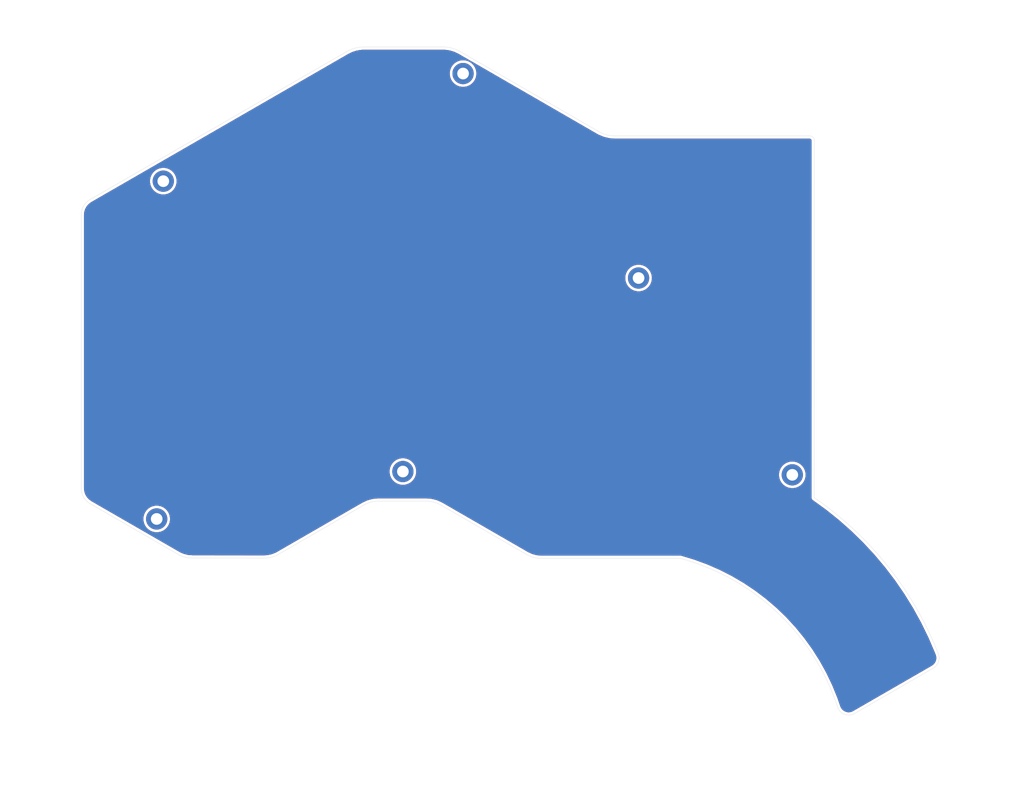
<source format=kicad_pcb>
(kicad_pcb (version 20171130) (host pcbnew 5.1.10-88a1d61d58~90~ubuntu20.04.1)

  (general
    (thickness 1.6)
    (drawings 28)
    (tracks 0)
    (zones 0)
    (modules 6)
    (nets 1)
  )

  (page A4)
  (layers
    (0 F.Cu signal)
    (31 B.Cu signal)
    (32 B.Adhes user)
    (33 F.Adhes user)
    (34 B.Paste user)
    (35 F.Paste user)
    (36 B.SilkS user)
    (37 F.SilkS user)
    (38 B.Mask user)
    (39 F.Mask user)
    (40 Dwgs.User user)
    (41 Cmts.User user)
    (42 Eco1.User user)
    (43 Eco2.User user)
    (44 Edge.Cuts user)
    (45 Margin user)
    (46 B.CrtYd user)
    (47 F.CrtYd user)
    (48 B.Fab user)
    (49 F.Fab user)
  )

  (setup
    (last_trace_width 0.25)
    (trace_clearance 0.2)
    (zone_clearance 0.508)
    (zone_45_only no)
    (trace_min 0.2)
    (via_size 0.8)
    (via_drill 0.4)
    (via_min_size 0.4)
    (via_min_drill 0.3)
    (uvia_size 0.3)
    (uvia_drill 0.1)
    (uvias_allowed no)
    (uvia_min_size 0.2)
    (uvia_min_drill 0.1)
    (edge_width 0.05)
    (segment_width 0.2)
    (pcb_text_width 0.3)
    (pcb_text_size 1.5 1.5)
    (mod_edge_width 0.12)
    (mod_text_size 1 1)
    (mod_text_width 0.15)
    (pad_size 3.429 3.429)
    (pad_drill 3.429)
    (pad_to_mask_clearance 0)
    (aux_axis_origin 0 0)
    (visible_elements FFFFFF7F)
    (pcbplotparams
      (layerselection 0x010fc_ffffffff)
      (usegerberextensions false)
      (usegerberattributes true)
      (usegerberadvancedattributes true)
      (creategerberjobfile true)
      (excludeedgelayer true)
      (linewidth 0.100000)
      (plotframeref false)
      (viasonmask false)
      (mode 1)
      (useauxorigin false)
      (hpglpennumber 1)
      (hpglpenspeed 20)
      (hpglpendiameter 15.000000)
      (psnegative false)
      (psa4output false)
      (plotreference true)
      (plotvalue true)
      (plotinvisibletext false)
      (padsonsilk false)
      (subtractmaskfromsilk false)
      (outputformat 1)
      (mirror false)
      (drillshape 0)
      (scaleselection 1)
      (outputdirectory "gerbers/"))
  )

  (net 0 "")

  (net_class Default "This is the default net class."
    (clearance 0.2)
    (trace_width 0.25)
    (via_dia 0.8)
    (via_drill 0.4)
    (uvia_dia 0.3)
    (uvia_drill 0.1)
  )

  (module SofleKeyboard-footprint:M2_HOLE_PCB (layer F.Cu) (tedit 5D908E44) (tstamp 6122C42F)
    (at 199.0344 118.2751)
    (path /612F74B1)
    (fp_text reference H4 (at 0 -2.54) (layer F.SilkS) hide
      (effects (font (size 0.29972 0.29972) (thickness 0.0762)))
    )
    (fp_text value Hole (at 0 2.54) (layer F.SilkS) hide
      (effects (font (size 0.29972 0.29972) (thickness 0.0762)))
    )
    (pad "" thru_hole circle (at 0 0) (size 4 4) (drill 2.2) (layers *.Cu *.Mask Dwgs.User))
  )

  (module SofleKeyboard-footprint:M2_HOLE_PCB (layer F.Cu) (tedit 5D908E44) (tstamp 6122C434)
    (at 170.0657 81.1657)
    (path /612F7C28)
    (fp_text reference H5 (at 0 -2.54) (layer F.SilkS) hide
      (effects (font (size 0.29972 0.29972) (thickness 0.0762)))
    )
    (fp_text value Hole (at 0 2.54) (layer F.SilkS) hide
      (effects (font (size 0.29972 0.29972) (thickness 0.0762)))
    )
    (pad "" thru_hole circle (at 0 0) (size 4 4) (drill 2.2) (layers *.Cu *.Mask Dwgs.User))
  )

  (module SofleKeyboard-footprint:M2_HOLE_PCB (layer F.Cu) (tedit 5D908E44) (tstamp 6122C439)
    (at 136.9949 42.6085)
    (path /612F858D)
    (fp_text reference H6 (at 0 -2.54) (layer F.SilkS) hide
      (effects (font (size 0.29972 0.29972) (thickness 0.0762)))
    )
    (fp_text value Hole (at 0 2.54) (layer F.SilkS) hide
      (effects (font (size 0.29972 0.29972) (thickness 0.0762)))
    )
    (pad "" thru_hole circle (at 0 0) (size 4 4) (drill 2.2) (layers *.Cu *.Mask Dwgs.User))
  )

  (module SofleKeyboard-footprint:M2_HOLE_PCB (layer F.Cu) (tedit 5D908E44) (tstamp 6122C420)
    (at 80.5053 62.9031)
    (path /612F1FE8)
    (fp_text reference H1 (at 0 -2.54) (layer F.SilkS) hide
      (effects (font (size 0.29972 0.29972) (thickness 0.0762)))
    )
    (fp_text value Hole (at 0 2.54) (layer F.SilkS) hide
      (effects (font (size 0.29972 0.29972) (thickness 0.0762)))
    )
    (pad "" thru_hole circle (at 0 0) (size 4 4) (drill 2.2) (layers *.Cu *.Mask Dwgs.User))
  )

  (module SofleKeyboard-footprint:M2_HOLE_PCB (layer F.Cu) (tedit 5D908E44) (tstamp 6122C42A)
    (at 125.6538 117.6528)
    (path /612F683B)
    (fp_text reference H3 (at 0 -2.54) (layer F.SilkS) hide
      (effects (font (size 0.29972 0.29972) (thickness 0.0762)))
    )
    (fp_text value Hole (at 0 2.54) (layer F.SilkS) hide
      (effects (font (size 0.29972 0.29972) (thickness 0.0762)))
    )
    (pad "" thru_hole circle (at 0 0) (size 4 4) (drill 2.2) (layers *.Cu *.Mask Dwgs.User))
  )

  (module SofleKeyboard-footprint:M2_HOLE_PCB (layer F.Cu) (tedit 5D908E44) (tstamp 6122C425)
    (at 79.2607 126.5936)
    (path /612F6082)
    (fp_text reference H2 (at 0 -2.54) (layer F.SilkS) hide
      (effects (font (size 0.29972 0.29972) (thickness 0.0762)))
    )
    (fp_text value Hole (at 0 2.54) (layer F.SilkS) hide
      (effects (font (size 0.29972 0.29972) (thickness 0.0762)))
    )
    (pad "" thru_hole circle (at 0 0) (size 4 4) (drill 2.2) (layers *.Cu *.Mask Dwgs.User))
  )

  (gr_arc (start 165.658799 48.006001) (end 162.4838 53.5051) (angle -30.00072778) (layer Edge.Cuts) (width 0.05))
  (gr_line (start 136.398 38.429188) (end 162.4838 53.5051) (layer Edge.Cuts) (width 0.05))
  (gr_arc (start 202.311 55.245) (end 203.2 55.245) (angle -90) (layer Edge.Cuts) (width 0.05))
  (gr_arc (start 151.7396 128.4478) (end 148.9456 133.2865) (angle -30.00333245) (layer Edge.Cuts) (width 0.05))
  (gr_arc (start 130.048001 128.831929) (end 132.842 123.9901) (angle -29.98729699) (layer Edge.Cuts) (width 0.05))
  (gr_arc (start 121.0691 128.8288) (end 121.0691 123.2408) (angle -30.00333245) (layer Edge.Cuts) (width 0.05))
  (gr_arc (start 99.475432 128.427657) (end 99.416568 133.991061) (angle -27.22925645) (layer Edge.Cuts) (width 0.05))
  (gr_arc (start 85.979 128.4097) (end 83.4644 133.3754) (angle -26.85737405) (layer Edge.Cuts) (width 0.05))
  (gr_arc (start 133.223009 43.934772) (end 136.398 38.429188) (angle -26.53397667) (layer Edge.Cuts) (width 0.05))
  (gr_arc (start 118.2878 43.942) (end 118.1608 37.592) (angle -30.03405492) (layer Edge.Cuts) (width 0.05))
  (gr_line (start 121.0691 123.2408) (end 130.048 123.241782) (layer Edge.Cuts) (width 0.05))
  (gr_line (start 118.1608 37.592) (end 133.604076 37.592) (layer Edge.Cuts) (width 0.05))
  (gr_line (start 85.979 133.975793) (end 99.416568 133.991061) (layer Edge.Cuts) (width 0.05))
  (gr_arc (start 224.4979 152.8064) (end 225.6155 154.7114) (angle -79.33416722) (layer Edge.Cuts) (width 0.05))
  (gr_arc (start 209.6643 161.3789) (end 207.6323 162.2425) (angle -91.03723225) (layer Edge.Cuts) (width 0.05))
  (gr_arc (start 68.3514 120.8151) (end 65.024 120.8151) (angle -60.01107915) (layer Edge.Cuts) (width 0.05))
  (gr_line (start 132.842 123.9901) (end 148.9456 133.2865) (layer Edge.Cuts) (width 0.05))
  (gr_line (start 101.968638 133.401474) (end 118.274819 123.989613) (layer Edge.Cuts) (width 0.05))
  (gr_line (start 66.688257 123.697035) (end 83.4644 133.3754) (layer Edge.Cuts) (width 0.05))
  (gr_arc (start 68.352515 69.2531) (end 66.688815 66.3702) (angle -60.01107758) (layer Edge.Cuts) (width 0.05))
  (gr_arc (start 166.751 175.5267) (end 226.576834 152.060687) (angle -34.0324547) (layer Edge.Cuts) (width 0.05))
  (gr_arc (start 166.751 175.5394) (end 207.6323 162.2425) (angle -56.87886571) (layer Edge.Cuts) (width 0.05))
  (gr_line (start 151.7396 134.035237) (end 177.9524 134.0358) (layer Edge.Cuts) (width 0.05))
  (gr_line (start 66.688815 66.3702) (end 114.999584 38.508192) (layer Edge.Cuts) (width 0.05))
  (gr_line (start 165.658799 54.35586) (end 202.311 54.356) (layer Edge.Cuts) (width 0.05))
  (gr_line (start 203.2 55.245) (end 203.196861 122.597659) (layer Edge.Cuts) (width 0.05))
  (gr_line (start 210.564542 163.394934) (end 225.6155 154.7114) (layer Edge.Cuts) (width 0.05))
  (gr_line (start 65.024 69.2531) (end 65.024 120.8151) (layer Edge.Cuts) (width 0.05))

  (zone (net 0) (net_name "") (layer F.Cu) (tstamp 0) (hatch edge 0.508)
    (connect_pads (clearance 0.508))
    (min_thickness 0.254)
    (fill yes (arc_segments 32) (thermal_gap 0.508) (thermal_bridge_width 0.508))
    (polygon
      (pts
        (xy 236.1438 177.9016) (xy 54.991 168.1353) (xy 49.7332 29.6926) (xy 242.7097 28.7401)
      )
    )
    (filled_polygon
      (pts
        (xy 134.449222 38.374957) (xy 135.305167 38.635623) (xy 136.089312 39.013081) (xy 162.181617 54.092753) (xy 162.189624 54.096385)
        (xy 162.461094 54.243784) (xy 162.492661 54.257839) (xy 162.523452 54.273528) (xy 163.444014 54.654837) (xy 163.517477 54.678706)
        (xy 163.542511 54.68684) (xy 164.511388 54.919447) (xy 164.613679 54.935648) (xy 165.600593 55.013319) (xy 165.626378 55.015859)
        (xy 202.278718 55.016) (xy 202.354863 55.023466) (xy 202.397058 55.036205) (xy 202.435976 55.056898) (xy 202.470132 55.084755)
        (xy 202.498225 55.118714) (xy 202.519188 55.157485) (xy 202.532223 55.199593) (xy 202.539999 55.27358) (xy 202.53686 122.630047)
        (xy 202.540065 122.662609) (xy 202.540067 122.662631) (xy 202.54007 122.662652) (xy 202.546405 122.727011) (xy 202.565181 122.788915)
        (xy 202.565195 122.788966) (xy 202.565212 122.789018) (xy 202.58414 122.851423) (xy 202.614367 122.907982) (xy 202.614383 122.908013)
        (xy 202.614402 122.908047) (xy 202.645419 122.966083) (xy 202.727892 123.066585) (xy 202.828386 123.149066) (xy 202.845907 123.158432)
        (xy 205.338388 124.966038) (xy 207.762193 126.911382) (xy 210.088082 128.972813) (xy 212.310494 131.145404) (xy 214.424117 133.423958)
        (xy 216.423909 135.803041) (xy 218.305095 138.276972) (xy 220.063189 140.83985) (xy 221.693982 143.485543) (xy 223.193599 146.207764)
        (xy 224.558428 148.999952) (xy 225.787951 151.861816) (xy 225.947374 152.26379) (xy 226.026259 152.577085) (xy 226.041693 152.878312)
        (xy 225.998323 153.176804) (xy 225.897803 153.461183) (xy 225.743962 153.72062) (xy 225.542655 153.945239) (xy 225.278199 154.144036)
        (xy 210.292388 162.789985) (xy 210.008183 162.884873) (xy 209.709119 162.922986) (xy 209.408355 162.902286) (xy 209.117336 162.823559)
        (xy 208.847146 162.689804) (xy 208.608087 162.506121) (xy 208.409259 162.279502) (xy 208.245509 161.996594) (xy 207.642015 160.26912)
        (xy 207.63764 160.257698) (xy 207.630033 160.237455) (xy 206.666439 157.875805) (xy 206.665974 157.874755) (xy 206.665565 157.873673)
        (xy 206.650576 157.840002) (xy 205.548617 155.539656) (xy 205.548092 155.538638) (xy 205.547618 155.537579) (xy 205.530659 155.504857)
        (xy 204.294214 153.273913) (xy 204.293628 153.272925) (xy 204.293094 153.2719) (xy 204.274224 153.240241) (xy 202.907646 151.086552)
        (xy 202.907006 151.085606) (xy 202.906409 151.084609) (xy 202.885694 151.054125) (xy 201.393795 148.985274) (xy 201.393096 148.984363)
        (xy 201.392444 148.983407) (xy 201.369958 148.954204) (xy 199.757988 146.977475) (xy 199.757235 146.976606) (xy 199.756529 146.975692)
        (xy 199.732351 146.947874) (xy 198.005986 145.070224) (xy 198.005173 145.069391) (xy 198.004423 145.068531) (xy 197.978638 145.042196)
        (xy 196.143956 143.270235) (xy 196.143107 143.269462) (xy 196.142296 143.268637) (xy 196.114994 143.243879) (xy 194.178452 141.583845)
        (xy 194.177569 141.583132) (xy 194.176701 141.582348) (xy 194.147978 141.559252) (xy 192.116394 140.01699) (xy 192.115462 140.016325)
        (xy 192.114557 140.0156) (xy 192.084515 139.994248) (xy 189.965041 138.575186) (xy 189.964078 138.574582) (xy 189.963125 138.573907)
        (xy 189.93187 138.554374) (xy 187.731967 137.263509) (xy 187.730963 137.262959) (xy 187.729978 137.262346) (xy 187.69762 137.244701)
        (xy 185.425033 136.086576) (xy 185.423995 136.086085) (xy 185.422978 136.085533) (xy 185.389631 136.069839) (xy 183.052359 135.048531)
        (xy 183.051298 135.048104) (xy 183.050247 135.047612) (xy 183.016027 135.033922) (xy 180.6223 134.153026) (xy 180.621206 134.15266)
        (xy 180.620136 134.152234) (xy 180.585164 134.140598) (xy 178.143408 133.403217) (xy 178.118707 133.396551) (xy 178.081796 133.385353)
        (xy 178.043021 133.381533) (xy 178.028507 133.379415) (xy 177.98949 133.376068) (xy 177.986836 133.375998) (xy 177.984833 133.375801)
        (xy 177.979318 133.375801) (xy 177.950345 133.37504) (xy 177.9274 133.3758) (xy 151.767568 133.375238) (xy 150.909778 133.302454)
        (xy 150.103686 133.093233) (xy 149.321169 132.740735) (xy 149.273437 132.713674) (xy 133.143896 123.4023) (xy 133.141522 123.401225)
        (xy 133.092127 123.373228) (xy 133.090819 123.372627) (xy 133.03776 123.34565) (xy 132.175905 122.957412) (xy 132.15252 122.949177)
        (xy 132.130021 122.938781) (xy 132.070638 122.920342) (xy 131.155688 122.682869) (xy 131.131258 122.678693) (xy 131.107323 122.672235)
        (xy 131.045682 122.664065) (xy 130.108196 122.584518) (xy 130.080491 122.581786) (xy 121.036754 122.580797) (xy 121.034123 122.581056)
        (xy 120.976932 122.581507) (xy 120.976931 122.581507) (xy 120.975796 122.581516) (xy 120.974488 122.581637) (xy 120.914841 122.58482)
        (xy 119.974698 122.679543) (xy 119.950335 122.684104) (xy 119.925648 122.686352) (xy 119.865002 122.700078) (xy 118.95426 122.95185)
        (xy 118.931008 122.960453) (xy 118.907058 122.966827) (xy 118.849592 122.990575) (xy 117.998299 123.390316) (xy 117.972963 123.401792)
        (xy 101.679785 132.806148) (xy 100.902151 133.116755) (xy 100.086387 133.291239) (xy 99.39787 133.33104) (xy 86.007332 133.315825)
        (xy 85.152773 133.243315) (xy 84.343885 133.033369) (xy 83.759986 132.78397) (xy 72.579962 126.334075) (xy 76.6257 126.334075)
        (xy 76.6257 126.853125) (xy 76.726961 127.362201) (xy 76.925593 127.841741) (xy 77.213962 128.273315) (xy 77.580985 128.640338)
        (xy 78.012559 128.928707) (xy 78.492099 129.127339) (xy 79.001175 129.2286) (xy 79.520225 129.2286) (xy 80.029301 129.127339)
        (xy 80.508841 128.928707) (xy 80.940415 128.640338) (xy 81.307438 128.273315) (xy 81.595807 127.841741) (xy 81.794439 127.362201)
        (xy 81.8957 126.853125) (xy 81.8957 126.334075) (xy 81.794439 125.824999) (xy 81.595807 125.345459) (xy 81.307438 124.913885)
        (xy 80.940415 124.546862) (xy 80.508841 124.258493) (xy 80.029301 124.059861) (xy 79.520225 123.9586) (xy 79.001175 123.9586)
        (xy 78.492099 124.059861) (xy 78.012559 124.258493) (xy 77.580985 124.546862) (xy 77.213962 124.913885) (xy 76.925593 125.345459)
        (xy 76.726961 125.824999) (xy 76.6257 126.334075) (xy 72.579962 126.334075) (xy 67.04607 123.141504) (xy 66.596885 122.82005)
        (xy 66.240868 122.441078) (xy 65.965242 122.000174) (xy 65.780503 121.514128) (xy 65.690211 120.980914) (xy 65.684 120.803542)
        (xy 65.684 117.393275) (xy 123.0188 117.393275) (xy 123.0188 117.912325) (xy 123.120061 118.421401) (xy 123.318693 118.900941)
        (xy 123.607062 119.332515) (xy 123.974085 119.699538) (xy 124.405659 119.987907) (xy 124.885199 120.186539) (xy 125.394275 120.2878)
        (xy 125.913325 120.2878) (xy 126.422401 120.186539) (xy 126.901941 119.987907) (xy 127.333515 119.699538) (xy 127.700538 119.332515)
        (xy 127.988907 118.900941) (xy 128.187539 118.421401) (xy 128.268262 118.015575) (xy 196.3994 118.015575) (xy 196.3994 118.534625)
        (xy 196.500661 119.043701) (xy 196.699293 119.523241) (xy 196.987662 119.954815) (xy 197.354685 120.321838) (xy 197.786259 120.610207)
        (xy 198.265799 120.808839) (xy 198.774875 120.9101) (xy 199.293925 120.9101) (xy 199.803001 120.808839) (xy 200.282541 120.610207)
        (xy 200.714115 120.321838) (xy 201.081138 119.954815) (xy 201.369507 119.523241) (xy 201.568139 119.043701) (xy 201.6694 118.534625)
        (xy 201.6694 118.015575) (xy 201.568139 117.506499) (xy 201.369507 117.026959) (xy 201.081138 116.595385) (xy 200.714115 116.228362)
        (xy 200.282541 115.939993) (xy 199.803001 115.741361) (xy 199.293925 115.6401) (xy 198.774875 115.6401) (xy 198.265799 115.741361)
        (xy 197.786259 115.939993) (xy 197.354685 116.228362) (xy 196.987662 116.595385) (xy 196.699293 117.026959) (xy 196.500661 117.506499)
        (xy 196.3994 118.015575) (xy 128.268262 118.015575) (xy 128.2888 117.912325) (xy 128.2888 117.393275) (xy 128.187539 116.884199)
        (xy 127.988907 116.404659) (xy 127.700538 115.973085) (xy 127.333515 115.606062) (xy 126.901941 115.317693) (xy 126.422401 115.119061)
        (xy 125.913325 115.0178) (xy 125.394275 115.0178) (xy 124.885199 115.119061) (xy 124.405659 115.317693) (xy 123.974085 115.606062)
        (xy 123.607062 115.973085) (xy 123.318693 116.404659) (xy 123.120061 116.884199) (xy 123.0188 117.393275) (xy 65.684 117.393275)
        (xy 65.684 80.906175) (xy 167.4307 80.906175) (xy 167.4307 81.425225) (xy 167.531961 81.934301) (xy 167.730593 82.413841)
        (xy 168.018962 82.845415) (xy 168.385985 83.212438) (xy 168.817559 83.500807) (xy 169.297099 83.699439) (xy 169.806175 83.8007)
        (xy 170.325225 83.8007) (xy 170.834301 83.699439) (xy 171.313841 83.500807) (xy 171.745415 83.212438) (xy 172.112438 82.845415)
        (xy 172.400807 82.413841) (xy 172.599439 81.934301) (xy 172.7007 81.425225) (xy 172.7007 80.906175) (xy 172.599439 80.397099)
        (xy 172.400807 79.917559) (xy 172.112438 79.485985) (xy 171.745415 79.118962) (xy 171.313841 78.830593) (xy 170.834301 78.631961)
        (xy 170.325225 78.5307) (xy 169.806175 78.5307) (xy 169.297099 78.631961) (xy 168.817559 78.830593) (xy 168.385985 79.118962)
        (xy 168.018962 79.485985) (xy 167.730593 79.917559) (xy 167.531961 80.397099) (xy 167.4307 80.906175) (xy 65.684 80.906175)
        (xy 65.684 69.285379) (xy 65.737926 68.735399) (xy 65.888276 68.237416) (xy 66.132489 67.778117) (xy 66.461263 67.375001)
        (xy 66.878128 67.03014) (xy 67.028658 66.936099) (xy 74.471593 62.643575) (xy 77.8703 62.643575) (xy 77.8703 63.162625)
        (xy 77.971561 63.671701) (xy 78.170193 64.151241) (xy 78.458562 64.582815) (xy 78.825585 64.949838) (xy 79.257159 65.238207)
        (xy 79.736699 65.436839) (xy 80.245775 65.5381) (xy 80.764825 65.5381) (xy 81.273901 65.436839) (xy 81.753441 65.238207)
        (xy 82.185015 64.949838) (xy 82.552038 64.582815) (xy 82.840407 64.151241) (xy 83.039039 63.671701) (xy 83.1403 63.162625)
        (xy 83.1403 62.643575) (xy 83.039039 62.134499) (xy 82.840407 61.654959) (xy 82.552038 61.223385) (xy 82.185015 60.856362)
        (xy 81.753441 60.567993) (xy 81.273901 60.369361) (xy 80.764825 60.2681) (xy 80.245775 60.2681) (xy 79.736699 60.369361)
        (xy 79.257159 60.567993) (xy 78.825585 60.856362) (xy 78.458562 61.223385) (xy 78.170193 61.654959) (xy 77.971561 62.134499)
        (xy 77.8703 62.643575) (xy 74.471593 62.643575) (xy 109.661008 42.348975) (xy 134.3599 42.348975) (xy 134.3599 42.868025)
        (xy 134.461161 43.377101) (xy 134.659793 43.856641) (xy 134.948162 44.288215) (xy 135.315185 44.655238) (xy 135.746759 44.943607)
        (xy 136.226299 45.142239) (xy 136.735375 45.2435) (xy 137.254425 45.2435) (xy 137.763501 45.142239) (xy 138.243041 44.943607)
        (xy 138.674615 44.655238) (xy 139.041638 44.288215) (xy 139.330007 43.856641) (xy 139.528639 43.377101) (xy 139.6299 42.868025)
        (xy 139.6299 42.348975) (xy 139.528639 41.839899) (xy 139.330007 41.360359) (xy 139.041638 40.928785) (xy 138.674615 40.561762)
        (xy 138.243041 40.273393) (xy 137.763501 40.074761) (xy 137.254425 39.9735) (xy 136.735375 39.9735) (xy 136.226299 40.074761)
        (xy 135.746759 40.273393) (xy 135.315185 40.561762) (xy 134.948162 40.928785) (xy 134.659793 41.360359) (xy 134.461161 41.839899)
        (xy 134.3599 42.348975) (xy 109.661008 42.348975) (xy 115.312875 39.089405) (xy 116.140032 38.673753) (xy 116.990609 38.402629)
        (xy 117.890189 38.265298) (xy 118.176131 38.252) (xy 133.567357 38.252)
      )
    )
  )
  (zone (net 0) (net_name "") (layer B.Cu) (tstamp 0) (hatch edge 0.508)
    (connect_pads (clearance 0.508))
    (min_thickness 0.254)
    (fill yes (arc_segments 32) (thermal_gap 0.508) (thermal_bridge_width 0.508))
    (polygon
      (pts
        (xy 236.4232 177.7111) (xy 54.7751 167.4368) (xy 49.911 30.2641) (xy 242.6462 28.7655)
      )
    )
    (filled_polygon
      (pts
        (xy 134.449222 38.374957) (xy 135.305167 38.635623) (xy 136.089312 39.013081) (xy 162.181617 54.092753) (xy 162.189624 54.096385)
        (xy 162.461094 54.243784) (xy 162.492661 54.257839) (xy 162.523452 54.273528) (xy 163.444014 54.654837) (xy 163.517477 54.678706)
        (xy 163.542511 54.68684) (xy 164.511388 54.919447) (xy 164.613679 54.935648) (xy 165.600593 55.013319) (xy 165.626378 55.015859)
        (xy 202.278718 55.016) (xy 202.354863 55.023466) (xy 202.397058 55.036205) (xy 202.435976 55.056898) (xy 202.470132 55.084755)
        (xy 202.498225 55.118714) (xy 202.519188 55.157485) (xy 202.532223 55.199593) (xy 202.539999 55.27358) (xy 202.53686 122.630047)
        (xy 202.540065 122.662609) (xy 202.540067 122.662631) (xy 202.54007 122.662652) (xy 202.546405 122.727011) (xy 202.565181 122.788915)
        (xy 202.565195 122.788966) (xy 202.565212 122.789018) (xy 202.58414 122.851423) (xy 202.614367 122.907982) (xy 202.614383 122.908013)
        (xy 202.614402 122.908047) (xy 202.645419 122.966083) (xy 202.727892 123.066585) (xy 202.828386 123.149066) (xy 202.845907 123.158432)
        (xy 205.338388 124.966038) (xy 207.762193 126.911382) (xy 210.088082 128.972813) (xy 212.310494 131.145404) (xy 214.424117 133.423958)
        (xy 216.423909 135.803041) (xy 218.305095 138.276972) (xy 220.063189 140.83985) (xy 221.693982 143.485543) (xy 223.193599 146.207764)
        (xy 224.558428 148.999952) (xy 225.787951 151.861816) (xy 225.947374 152.26379) (xy 226.026259 152.577085) (xy 226.041693 152.878312)
        (xy 225.998323 153.176804) (xy 225.897803 153.461183) (xy 225.743962 153.72062) (xy 225.542655 153.945239) (xy 225.278199 154.144036)
        (xy 210.292388 162.789985) (xy 210.008183 162.884873) (xy 209.709119 162.922986) (xy 209.408355 162.902286) (xy 209.117336 162.823559)
        (xy 208.847146 162.689804) (xy 208.608087 162.506121) (xy 208.409259 162.279502) (xy 208.245509 161.996594) (xy 207.642015 160.26912)
        (xy 207.63764 160.257698) (xy 207.630033 160.237455) (xy 206.666439 157.875805) (xy 206.665974 157.874755) (xy 206.665565 157.873673)
        (xy 206.650576 157.840002) (xy 205.548617 155.539656) (xy 205.548092 155.538638) (xy 205.547618 155.537579) (xy 205.530659 155.504857)
        (xy 204.294214 153.273913) (xy 204.293628 153.272925) (xy 204.293094 153.2719) (xy 204.274224 153.240241) (xy 202.907646 151.086552)
        (xy 202.907006 151.085606) (xy 202.906409 151.084609) (xy 202.885694 151.054125) (xy 201.393795 148.985274) (xy 201.393096 148.984363)
        (xy 201.392444 148.983407) (xy 201.369958 148.954204) (xy 199.757988 146.977475) (xy 199.757235 146.976606) (xy 199.756529 146.975692)
        (xy 199.732351 146.947874) (xy 198.005986 145.070224) (xy 198.005173 145.069391) (xy 198.004423 145.068531) (xy 197.978638 145.042196)
        (xy 196.143956 143.270235) (xy 196.143107 143.269462) (xy 196.142296 143.268637) (xy 196.114994 143.243879) (xy 194.178452 141.583845)
        (xy 194.177569 141.583132) (xy 194.176701 141.582348) (xy 194.147978 141.559252) (xy 192.116394 140.01699) (xy 192.115462 140.016325)
        (xy 192.114557 140.0156) (xy 192.084515 139.994248) (xy 189.965041 138.575186) (xy 189.964078 138.574582) (xy 189.963125 138.573907)
        (xy 189.93187 138.554374) (xy 187.731967 137.263509) (xy 187.730963 137.262959) (xy 187.729978 137.262346) (xy 187.69762 137.244701)
        (xy 185.425033 136.086576) (xy 185.423995 136.086085) (xy 185.422978 136.085533) (xy 185.389631 136.069839) (xy 183.052359 135.048531)
        (xy 183.051298 135.048104) (xy 183.050247 135.047612) (xy 183.016027 135.033922) (xy 180.6223 134.153026) (xy 180.621206 134.15266)
        (xy 180.620136 134.152234) (xy 180.585164 134.140598) (xy 178.143408 133.403217) (xy 178.118707 133.396551) (xy 178.081796 133.385353)
        (xy 178.043021 133.381533) (xy 178.028507 133.379415) (xy 177.98949 133.376068) (xy 177.986836 133.375998) (xy 177.984833 133.375801)
        (xy 177.979318 133.375801) (xy 177.950345 133.37504) (xy 177.9274 133.3758) (xy 151.767568 133.375238) (xy 150.909778 133.302454)
        (xy 150.103686 133.093233) (xy 149.321169 132.740735) (xy 149.273437 132.713674) (xy 133.143896 123.4023) (xy 133.141522 123.401225)
        (xy 133.092127 123.373228) (xy 133.090819 123.372627) (xy 133.03776 123.34565) (xy 132.175905 122.957412) (xy 132.15252 122.949177)
        (xy 132.130021 122.938781) (xy 132.070638 122.920342) (xy 131.155688 122.682869) (xy 131.131258 122.678693) (xy 131.107323 122.672235)
        (xy 131.045682 122.664065) (xy 130.108196 122.584518) (xy 130.080491 122.581786) (xy 121.036754 122.580797) (xy 121.034123 122.581056)
        (xy 120.976932 122.581507) (xy 120.976931 122.581507) (xy 120.975796 122.581516) (xy 120.974488 122.581637) (xy 120.914841 122.58482)
        (xy 119.974698 122.679543) (xy 119.950335 122.684104) (xy 119.925648 122.686352) (xy 119.865002 122.700078) (xy 118.95426 122.95185)
        (xy 118.931008 122.960453) (xy 118.907058 122.966827) (xy 118.849592 122.990575) (xy 117.998299 123.390316) (xy 117.972963 123.401792)
        (xy 101.679785 132.806148) (xy 100.902151 133.116755) (xy 100.086387 133.291239) (xy 99.39787 133.33104) (xy 86.007332 133.315825)
        (xy 85.152773 133.243315) (xy 84.343885 133.033369) (xy 83.759986 132.78397) (xy 72.579962 126.334075) (xy 76.6257 126.334075)
        (xy 76.6257 126.853125) (xy 76.726961 127.362201) (xy 76.925593 127.841741) (xy 77.213962 128.273315) (xy 77.580985 128.640338)
        (xy 78.012559 128.928707) (xy 78.492099 129.127339) (xy 79.001175 129.2286) (xy 79.520225 129.2286) (xy 80.029301 129.127339)
        (xy 80.508841 128.928707) (xy 80.940415 128.640338) (xy 81.307438 128.273315) (xy 81.595807 127.841741) (xy 81.794439 127.362201)
        (xy 81.8957 126.853125) (xy 81.8957 126.334075) (xy 81.794439 125.824999) (xy 81.595807 125.345459) (xy 81.307438 124.913885)
        (xy 80.940415 124.546862) (xy 80.508841 124.258493) (xy 80.029301 124.059861) (xy 79.520225 123.9586) (xy 79.001175 123.9586)
        (xy 78.492099 124.059861) (xy 78.012559 124.258493) (xy 77.580985 124.546862) (xy 77.213962 124.913885) (xy 76.925593 125.345459)
        (xy 76.726961 125.824999) (xy 76.6257 126.334075) (xy 72.579962 126.334075) (xy 67.04607 123.141504) (xy 66.596885 122.82005)
        (xy 66.240868 122.441078) (xy 65.965242 122.000174) (xy 65.780503 121.514128) (xy 65.690211 120.980914) (xy 65.684 120.803542)
        (xy 65.684 117.393275) (xy 123.0188 117.393275) (xy 123.0188 117.912325) (xy 123.120061 118.421401) (xy 123.318693 118.900941)
        (xy 123.607062 119.332515) (xy 123.974085 119.699538) (xy 124.405659 119.987907) (xy 124.885199 120.186539) (xy 125.394275 120.2878)
        (xy 125.913325 120.2878) (xy 126.422401 120.186539) (xy 126.901941 119.987907) (xy 127.333515 119.699538) (xy 127.700538 119.332515)
        (xy 127.988907 118.900941) (xy 128.187539 118.421401) (xy 128.268262 118.015575) (xy 196.3994 118.015575) (xy 196.3994 118.534625)
        (xy 196.500661 119.043701) (xy 196.699293 119.523241) (xy 196.987662 119.954815) (xy 197.354685 120.321838) (xy 197.786259 120.610207)
        (xy 198.265799 120.808839) (xy 198.774875 120.9101) (xy 199.293925 120.9101) (xy 199.803001 120.808839) (xy 200.282541 120.610207)
        (xy 200.714115 120.321838) (xy 201.081138 119.954815) (xy 201.369507 119.523241) (xy 201.568139 119.043701) (xy 201.6694 118.534625)
        (xy 201.6694 118.015575) (xy 201.568139 117.506499) (xy 201.369507 117.026959) (xy 201.081138 116.595385) (xy 200.714115 116.228362)
        (xy 200.282541 115.939993) (xy 199.803001 115.741361) (xy 199.293925 115.6401) (xy 198.774875 115.6401) (xy 198.265799 115.741361)
        (xy 197.786259 115.939993) (xy 197.354685 116.228362) (xy 196.987662 116.595385) (xy 196.699293 117.026959) (xy 196.500661 117.506499)
        (xy 196.3994 118.015575) (xy 128.268262 118.015575) (xy 128.2888 117.912325) (xy 128.2888 117.393275) (xy 128.187539 116.884199)
        (xy 127.988907 116.404659) (xy 127.700538 115.973085) (xy 127.333515 115.606062) (xy 126.901941 115.317693) (xy 126.422401 115.119061)
        (xy 125.913325 115.0178) (xy 125.394275 115.0178) (xy 124.885199 115.119061) (xy 124.405659 115.317693) (xy 123.974085 115.606062)
        (xy 123.607062 115.973085) (xy 123.318693 116.404659) (xy 123.120061 116.884199) (xy 123.0188 117.393275) (xy 65.684 117.393275)
        (xy 65.684 80.906175) (xy 167.4307 80.906175) (xy 167.4307 81.425225) (xy 167.531961 81.934301) (xy 167.730593 82.413841)
        (xy 168.018962 82.845415) (xy 168.385985 83.212438) (xy 168.817559 83.500807) (xy 169.297099 83.699439) (xy 169.806175 83.8007)
        (xy 170.325225 83.8007) (xy 170.834301 83.699439) (xy 171.313841 83.500807) (xy 171.745415 83.212438) (xy 172.112438 82.845415)
        (xy 172.400807 82.413841) (xy 172.599439 81.934301) (xy 172.7007 81.425225) (xy 172.7007 80.906175) (xy 172.599439 80.397099)
        (xy 172.400807 79.917559) (xy 172.112438 79.485985) (xy 171.745415 79.118962) (xy 171.313841 78.830593) (xy 170.834301 78.631961)
        (xy 170.325225 78.5307) (xy 169.806175 78.5307) (xy 169.297099 78.631961) (xy 168.817559 78.830593) (xy 168.385985 79.118962)
        (xy 168.018962 79.485985) (xy 167.730593 79.917559) (xy 167.531961 80.397099) (xy 167.4307 80.906175) (xy 65.684 80.906175)
        (xy 65.684 69.285379) (xy 65.737926 68.735399) (xy 65.888276 68.237416) (xy 66.132489 67.778117) (xy 66.461263 67.375001)
        (xy 66.878128 67.03014) (xy 67.028658 66.936099) (xy 74.471593 62.643575) (xy 77.8703 62.643575) (xy 77.8703 63.162625)
        (xy 77.971561 63.671701) (xy 78.170193 64.151241) (xy 78.458562 64.582815) (xy 78.825585 64.949838) (xy 79.257159 65.238207)
        (xy 79.736699 65.436839) (xy 80.245775 65.5381) (xy 80.764825 65.5381) (xy 81.273901 65.436839) (xy 81.753441 65.238207)
        (xy 82.185015 64.949838) (xy 82.552038 64.582815) (xy 82.840407 64.151241) (xy 83.039039 63.671701) (xy 83.1403 63.162625)
        (xy 83.1403 62.643575) (xy 83.039039 62.134499) (xy 82.840407 61.654959) (xy 82.552038 61.223385) (xy 82.185015 60.856362)
        (xy 81.753441 60.567993) (xy 81.273901 60.369361) (xy 80.764825 60.2681) (xy 80.245775 60.2681) (xy 79.736699 60.369361)
        (xy 79.257159 60.567993) (xy 78.825585 60.856362) (xy 78.458562 61.223385) (xy 78.170193 61.654959) (xy 77.971561 62.134499)
        (xy 77.8703 62.643575) (xy 74.471593 62.643575) (xy 109.661008 42.348975) (xy 134.3599 42.348975) (xy 134.3599 42.868025)
        (xy 134.461161 43.377101) (xy 134.659793 43.856641) (xy 134.948162 44.288215) (xy 135.315185 44.655238) (xy 135.746759 44.943607)
        (xy 136.226299 45.142239) (xy 136.735375 45.2435) (xy 137.254425 45.2435) (xy 137.763501 45.142239) (xy 138.243041 44.943607)
        (xy 138.674615 44.655238) (xy 139.041638 44.288215) (xy 139.330007 43.856641) (xy 139.528639 43.377101) (xy 139.6299 42.868025)
        (xy 139.6299 42.348975) (xy 139.528639 41.839899) (xy 139.330007 41.360359) (xy 139.041638 40.928785) (xy 138.674615 40.561762)
        (xy 138.243041 40.273393) (xy 137.763501 40.074761) (xy 137.254425 39.9735) (xy 136.735375 39.9735) (xy 136.226299 40.074761)
        (xy 135.746759 40.273393) (xy 135.315185 40.561762) (xy 134.948162 40.928785) (xy 134.659793 41.360359) (xy 134.461161 41.839899)
        (xy 134.3599 42.348975) (xy 109.661008 42.348975) (xy 115.312875 39.089405) (xy 116.140032 38.673753) (xy 116.990609 38.402629)
        (xy 117.890189 38.265298) (xy 118.176131 38.252) (xy 133.567357 38.252)
      )
    )
  )
)

</source>
